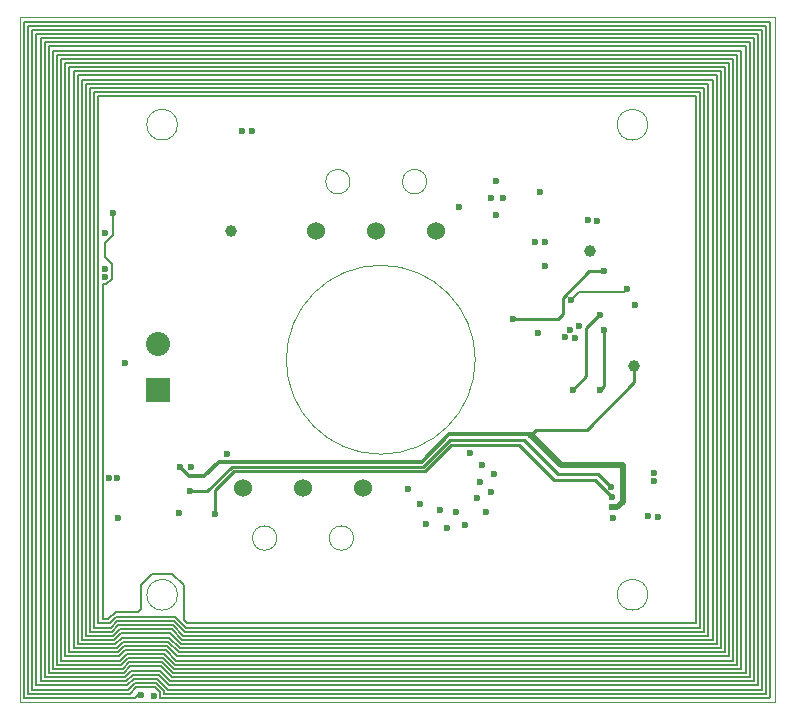
<source format=gbr>
%TF.GenerationSoftware,KiCad,Pcbnew,(5.1.5)-3*%
%TF.CreationDate,2020-08-30T11:50:14-07:00*%
%TF.ProjectId,ypanel,7970616e-656c-42e6-9b69-6361645f7063,rev?*%
%TF.SameCoordinates,Original*%
%TF.FileFunction,Copper,L2,Inr*%
%TF.FilePolarity,Positive*%
%FSLAX46Y46*%
G04 Gerber Fmt 4.6, Leading zero omitted, Abs format (unit mm)*
G04 Created by KiCad (PCBNEW (5.1.5)-3) date 2020-08-30 11:50:14*
%MOMM*%
%LPD*%
G04 APERTURE LIST*
%ADD10C,0.100000*%
%ADD11C,0.050000*%
%ADD12C,2.032000*%
%ADD13R,2.032000X2.032000*%
%ADD14C,1.000000*%
%ADD15C,1.524000*%
%ADD16C,0.600000*%
%ADD17C,0.240000*%
%ADD18C,0.480000*%
%ADD19C,0.320000*%
%ADD20C,0.190000*%
%ADD21C,0.160000*%
G04 APERTURE END LIST*
D10*
X151587000Y-99000001D02*
G75*
G03X151587000Y-99000001I-8000000J0D01*
G01*
X134779564Y-114100000D02*
G75*
G03X134779564Y-114100000I-1029564J0D01*
G01*
X141279564Y-114100000D02*
G75*
G03X141279564Y-114100000I-1029564J0D01*
G01*
X126375000Y-118900000D02*
G75*
G03X126375000Y-118900000I-1300000J0D01*
G01*
X140979564Y-83920436D02*
G75*
G03X140979564Y-83920436I-1029564J0D01*
G01*
X147479564Y-83920436D02*
G75*
G03X147479564Y-83920436I-1029564J0D01*
G01*
X176975000Y-70000000D02*
X176975000Y-128000000D01*
X166200000Y-118900000D02*
G75*
G03X166200000Y-118900000I-1300000J0D01*
G01*
D11*
X126372800Y-79100000D02*
G75*
G03X126372800Y-79100000I-1300000J0D01*
G01*
D10*
X166195000Y-79102480D02*
G75*
G03X166195000Y-79102480I-1300000J0D01*
G01*
X176975000Y-70000000D02*
X113000000Y-70000000D01*
X113000000Y-128000000D02*
X176975000Y-128000000D01*
X113000000Y-70000000D02*
X113000000Y-128000000D01*
D12*
X124764800Y-97691060D03*
D13*
X124764800Y-101546660D03*
D14*
X161267720Y-89773460D03*
X130873500Y-88138000D03*
X165036500Y-99568000D03*
D15*
X142080000Y-109900000D03*
X137000000Y-109900000D03*
X131920000Y-109900000D03*
X148300000Y-88100000D03*
X143200000Y-88100000D03*
X138100000Y-88100000D03*
D16*
X150197820Y-86072980D03*
X159634500Y-96507000D03*
X160350000Y-96150000D03*
X159200000Y-97050000D03*
X160050000Y-97150000D03*
X163220400Y-112369600D03*
X165100000Y-94350000D03*
X121900000Y-99250000D03*
X130558000Y-106991000D03*
X131800000Y-79600000D03*
X132650000Y-79600000D03*
X120200000Y-91300000D03*
X120200000Y-92000000D03*
X121250000Y-109000000D03*
X152146000Y-107950000D03*
X145923000Y-109982000D03*
X146939000Y-111252000D03*
X149987000Y-111887000D03*
X150749000Y-113030000D03*
X151765000Y-110744000D03*
X152527000Y-111887000D03*
X152019000Y-109347000D03*
X148590000Y-111760000D03*
X151130000Y-106934000D03*
X149225000Y-113284000D03*
X147447000Y-112903000D03*
X152908000Y-110236000D03*
X153162000Y-108712000D03*
X126492000Y-112014000D03*
X127532575Y-108101584D03*
X120549010Y-109000000D03*
X162149946Y-95220946D03*
X159829500Y-101536494D03*
X157483120Y-91084100D03*
X163200000Y-111500000D03*
X156301440Y-105384600D03*
X126600000Y-108077020D03*
X157050000Y-84800000D03*
X156876844Y-96740660D03*
X162450000Y-91500000D03*
X154750000Y-95550000D03*
X163200000Y-110650000D03*
X129550000Y-112050000D03*
X127400000Y-110150000D03*
X163100000Y-109750000D03*
X166200000Y-112250000D03*
X153340597Y-83865157D03*
X161100000Y-87150000D03*
X166700000Y-109300000D03*
X166700000Y-108550000D03*
X161870307Y-87229693D03*
X167100000Y-112300000D03*
X153339000Y-86767200D03*
X124400000Y-127450000D03*
X123250000Y-127400000D03*
X121300000Y-112395000D03*
X120269000Y-88265000D03*
X152894500Y-85332100D03*
X120950000Y-86550000D03*
X153897800Y-85332100D03*
X162115500Y-101600000D03*
X162496500Y-96520000D03*
X159670844Y-93971156D03*
X164401500Y-93027500D03*
X156641703Y-89002155D03*
X157504833Y-89002155D03*
D17*
X161000000Y-96309562D02*
X161000000Y-100365994D01*
X162149946Y-95220946D02*
X162088616Y-95220946D01*
X161000000Y-100365994D02*
X159829500Y-101536494D01*
X162088616Y-95220946D02*
X161000000Y-96309562D01*
D18*
X163624264Y-111500000D02*
X164100000Y-111024264D01*
X164100000Y-111024264D02*
X164100000Y-107900000D01*
X164100000Y-107900000D02*
X158850000Y-107900000D01*
X158850000Y-107900000D02*
X156334600Y-105384600D01*
X156334600Y-105384600D02*
X156301440Y-105384600D01*
X163200000Y-111500000D02*
X163624264Y-111500000D01*
D17*
X161010600Y-104927400D02*
X156758640Y-104927400D01*
X165036500Y-100901500D02*
X161010600Y-104927400D01*
X156758640Y-104927400D02*
X156301440Y-105384600D01*
X165036500Y-99568000D02*
X165036500Y-100901500D01*
D19*
X128651000Y-108839000D02*
X127361980Y-108839000D01*
X156216839Y-105299999D02*
X149383370Y-105299999D01*
X156301440Y-105384600D02*
X156216839Y-105299999D01*
X127361980Y-108839000D02*
X126600000Y-108077020D01*
X149383370Y-105299999D02*
X147066370Y-107616999D01*
X147066370Y-107616999D02*
X129873001Y-107616999D01*
X129873001Y-107616999D02*
X128651000Y-108839000D01*
D17*
X159000000Y-93750000D02*
X161250000Y-91500000D01*
X161250000Y-91500000D02*
X162450000Y-91500000D01*
X159000000Y-95150000D02*
X159000000Y-93750000D01*
X154750000Y-95550000D02*
X158600000Y-95550000D01*
X158600000Y-95550000D02*
X159000000Y-95150000D01*
X158250000Y-109200000D02*
X161750000Y-109200000D01*
X155300000Y-106250000D02*
X158250000Y-109200000D01*
X129550000Y-110050000D02*
X131175854Y-108424146D01*
X161750000Y-109200000D02*
X163200000Y-110650000D01*
X129550000Y-112050000D02*
X129550000Y-110050000D01*
X149528000Y-106250000D02*
X155300000Y-106250000D01*
X131175854Y-108424146D02*
X147353854Y-108424146D01*
X147353854Y-108424146D02*
X149528000Y-106250000D01*
X155700000Y-105800000D02*
X158550000Y-108650000D01*
X127400000Y-110150000D02*
X128911562Y-110150000D01*
X162000000Y-108650000D02*
X163100000Y-109750000D01*
X128911562Y-110150000D02*
X131004530Y-108057032D01*
X158550000Y-108650000D02*
X162000000Y-108650000D01*
X149458969Y-105800000D02*
X155700000Y-105800000D01*
X147201955Y-108057015D02*
X149458969Y-105800000D01*
X131004530Y-108057032D02*
X147201955Y-108057015D01*
D20*
X122673000Y-127600990D02*
X122673000Y-127595562D01*
X122795010Y-127600990D02*
X123123000Y-127273000D01*
X122673000Y-127600990D02*
X122795010Y-127600990D01*
X122073000Y-123923000D02*
X121523000Y-124473000D01*
X125273000Y-123923000D02*
X122073000Y-123923000D01*
X173773000Y-73177000D02*
X173773000Y-124823000D01*
X116527000Y-124473000D02*
X116527000Y-73527000D01*
X121523000Y-124473000D02*
X116527000Y-124473000D01*
X116177000Y-73177000D02*
X120323000Y-73177000D01*
X121623000Y-124823000D02*
X116177000Y-124823000D01*
X122173000Y-124273000D02*
X121623000Y-124823000D01*
X126073000Y-125173000D02*
X125173000Y-124273000D01*
X174123000Y-125173000D02*
X126073000Y-125173000D01*
X174123000Y-72827000D02*
X174123000Y-125173000D01*
X126173000Y-124823000D02*
X125273000Y-123923000D01*
X125173000Y-124273000D02*
X122173000Y-124273000D01*
X173773000Y-124823000D02*
X126173000Y-124823000D01*
X116177000Y-124823000D02*
X116177000Y-73177000D01*
X121323000Y-72127000D02*
X121373000Y-72127000D01*
X121723000Y-125173000D02*
X115827000Y-125173000D01*
X122273000Y-124623000D02*
X121723000Y-125173000D01*
X125073000Y-124623000D02*
X122273000Y-124623000D01*
X174473000Y-72477000D02*
X174473000Y-125523000D01*
X125873000Y-125873000D02*
X124973000Y-124973000D01*
X115477000Y-72477000D02*
X174473000Y-72477000D01*
X115827000Y-125173000D02*
X115827000Y-72827000D01*
X125973000Y-125523000D02*
X125073000Y-124623000D01*
X121823000Y-125523000D02*
X115477000Y-125523000D01*
X115477000Y-125523000D02*
X115477000Y-72477000D01*
X121323000Y-72127000D02*
X174823000Y-72127000D01*
X124973000Y-124973000D02*
X122373000Y-124973000D01*
X174823000Y-125873000D02*
X125873000Y-125873000D01*
X174823000Y-72127000D02*
X174823000Y-125873000D01*
X174473000Y-125523000D02*
X125973000Y-125523000D01*
X122373000Y-124973000D02*
X121823000Y-125523000D01*
X129223000Y-72827000D02*
X120523000Y-72827000D01*
X120523000Y-72827000D02*
X120673000Y-72827000D01*
X129073000Y-72827000D02*
X129223000Y-72827000D01*
X115827000Y-72827000D02*
X120523000Y-72827000D01*
X129223000Y-72827000D02*
X174123000Y-72827000D01*
X129523000Y-73177000D02*
X173773000Y-73177000D01*
X120323000Y-73177000D02*
X129523000Y-73177000D01*
X129423000Y-73177000D02*
X129523000Y-73177000D01*
X119323000Y-73527000D02*
X119973000Y-73527000D01*
X116527000Y-73527000D02*
X119323000Y-73527000D01*
X122673000Y-127600990D02*
X113411000Y-127600990D01*
X115127000Y-125873000D02*
X115127000Y-72127000D01*
X121923000Y-125873000D02*
X115127000Y-125873000D01*
X122473000Y-125323000D02*
X121923000Y-125873000D01*
X175173000Y-71777000D02*
X175173000Y-126223000D01*
X114777000Y-71777000D02*
X175173000Y-71777000D01*
X114777000Y-126223000D02*
X114777000Y-71777000D01*
X122023000Y-126223000D02*
X114777000Y-126223000D01*
X122573000Y-125673000D02*
X122023000Y-126223000D01*
X124773000Y-125673000D02*
X122573000Y-125673000D01*
X125673000Y-126573000D02*
X124773000Y-125673000D01*
X175523000Y-126573000D02*
X125673000Y-126573000D01*
X175523000Y-71427000D02*
X175523000Y-126573000D01*
X114427000Y-71427000D02*
X175523000Y-71427000D01*
X114427000Y-126573000D02*
X114427000Y-71427000D01*
X122123000Y-126573000D02*
X114427000Y-126573000D01*
X122673000Y-126023000D02*
X122123000Y-126573000D01*
X115127000Y-72127000D02*
X121323000Y-72127000D01*
X124673000Y-126023000D02*
X122673000Y-126023000D01*
X125573000Y-126923000D02*
X124673000Y-126023000D01*
X113727000Y-127273000D02*
X113727000Y-70727000D01*
X175873000Y-126923000D02*
X125573000Y-126923000D01*
X175173000Y-126223000D02*
X125773000Y-126223000D01*
X122873000Y-126723000D02*
X122323000Y-127273000D01*
X124923000Y-127173000D02*
X124473000Y-126723000D01*
X122323000Y-127273000D02*
X113727000Y-127273000D01*
X124873000Y-125323000D02*
X122473000Y-125323000D01*
X125273000Y-127273000D02*
X125273000Y-127073000D01*
X176573000Y-70399010D02*
X176573000Y-127523000D01*
X122223000Y-126923000D02*
X114077000Y-126923000D01*
X125773000Y-126223000D02*
X124873000Y-125323000D01*
X124473000Y-126723000D02*
X122873000Y-126723000D01*
X176573000Y-127523000D02*
X176495010Y-127600990D01*
X113727000Y-70727000D02*
X176223000Y-70727000D01*
X113399010Y-70399010D02*
X176573000Y-70399010D01*
X124573000Y-126373000D02*
X122773000Y-126373000D01*
X114077000Y-126923000D02*
X114077000Y-71077000D01*
X124923000Y-127600990D02*
X124923000Y-127173000D01*
X176495010Y-127600990D02*
X124923000Y-127600990D01*
X125273000Y-127073000D02*
X124573000Y-126373000D01*
X113399010Y-127600990D02*
X113399010Y-70399010D01*
X176223000Y-70727000D02*
X176223000Y-127273000D01*
X176223000Y-127273000D02*
X125273000Y-127273000D01*
X122773000Y-126373000D02*
X122223000Y-126923000D01*
X114077000Y-71077000D02*
X175873000Y-71077000D01*
X175873000Y-71077000D02*
X175873000Y-126923000D01*
X126273000Y-124473000D02*
X173423000Y-124473000D01*
X125373000Y-123573000D02*
X126273000Y-124473000D01*
X121973000Y-123573000D02*
X125373000Y-123573000D01*
X116877000Y-73877000D02*
X116877000Y-124123000D01*
X173073000Y-73877000D02*
X116877000Y-73877000D01*
X173073000Y-124123000D02*
X173073000Y-73877000D01*
X126373000Y-124123000D02*
X173073000Y-124123000D01*
X125473000Y-123223000D02*
X126373000Y-124123000D01*
X121323000Y-123773000D02*
X121873000Y-123223000D01*
X117227000Y-123773000D02*
X121323000Y-123773000D01*
X172723000Y-123773000D02*
X172723000Y-74227000D01*
X126473000Y-123773000D02*
X172723000Y-123773000D01*
X126573000Y-123423000D02*
X172373000Y-123423000D01*
X121123000Y-123073000D02*
X121673000Y-122523000D01*
X117927000Y-123073000D02*
X121123000Y-123073000D01*
X117927000Y-74927000D02*
X117927000Y-123073000D01*
X172023000Y-74927000D02*
X117927000Y-74927000D01*
X126673000Y-123073000D02*
X172023000Y-123073000D01*
X125773000Y-122173000D02*
X126673000Y-123073000D01*
X121573000Y-122173000D02*
X125773000Y-122173000D01*
X121023000Y-122723000D02*
X121573000Y-122173000D01*
X118277000Y-122723000D02*
X121023000Y-122723000D01*
X117577000Y-74577000D02*
X117577000Y-123423000D01*
X118277000Y-75277000D02*
X118277000Y-122723000D01*
X171673000Y-75277000D02*
X118277000Y-75277000D01*
X171673000Y-122723000D02*
X171673000Y-75277000D01*
X126773000Y-122723000D02*
X171673000Y-122723000D01*
X125873000Y-121823000D02*
X126773000Y-122723000D01*
X125573000Y-122873000D02*
X126473000Y-123773000D01*
X121473000Y-121823000D02*
X125873000Y-121823000D01*
X120923000Y-122373000D02*
X121473000Y-121823000D01*
X125673000Y-122523000D02*
X126573000Y-123423000D01*
X119677000Y-121323000D02*
X120623000Y-121323000D01*
X121158000Y-120345200D02*
X123037600Y-120345200D01*
X172373000Y-123423000D02*
X172373000Y-74577000D01*
X119677000Y-76677000D02*
X119677000Y-121323000D01*
X120723000Y-121673000D02*
X121273000Y-121123000D01*
X127173000Y-121323000D02*
X170273000Y-121323000D01*
X120349562Y-92623000D02*
X120027000Y-92623000D01*
X126898400Y-121048400D02*
X127173000Y-121323000D01*
X116877000Y-124123000D02*
X121423000Y-124123000D01*
X125937557Y-117149157D02*
X126898400Y-118110000D01*
X120269000Y-90342438D02*
X120849001Y-90922439D01*
X170273000Y-76677000D02*
X119677000Y-76677000D01*
X117227000Y-74227000D02*
X117227000Y-123773000D01*
X170273000Y-121323000D02*
X170273000Y-76677000D01*
X126898400Y-118110000D02*
X126898400Y-121048400D01*
X172023000Y-123073000D02*
X172023000Y-74927000D01*
X120849001Y-90922439D02*
X120849001Y-92123561D01*
X121423000Y-124123000D02*
X121973000Y-123573000D01*
X123291600Y-118110000D02*
X124252443Y-117149157D01*
X125973000Y-121473000D02*
X126873000Y-122373000D01*
X120849001Y-92123561D02*
X120349562Y-92623000D01*
X120269000Y-89131000D02*
X120269000Y-90342438D01*
X123037600Y-120345200D02*
X123291600Y-120091200D01*
X121273000Y-121123000D02*
X126073000Y-121123000D01*
X124252443Y-117149157D02*
X125937557Y-117149157D01*
X121773000Y-122873000D02*
X125573000Y-122873000D01*
X170973000Y-75977000D02*
X118977000Y-75977000D01*
X173423000Y-124473000D02*
X173423000Y-73527000D01*
X120950000Y-88450000D02*
X120269000Y-89131000D01*
X120027000Y-120973000D02*
X120530200Y-120973000D01*
X121373000Y-121473000D02*
X125973000Y-121473000D01*
X120027000Y-92623000D02*
X120027000Y-120973000D01*
X123291600Y-120091200D02*
X123291600Y-118110000D01*
X120530200Y-120973000D02*
X121158000Y-120345200D01*
X121673000Y-122523000D02*
X125673000Y-122523000D01*
X120623000Y-121323000D02*
X121173000Y-120773000D01*
X121173000Y-120773000D02*
X126173000Y-120773000D01*
X173423000Y-73527000D02*
X119323000Y-73527000D01*
X126973000Y-122023000D02*
X170973000Y-122023000D01*
X126173000Y-120773000D02*
X127073000Y-121673000D01*
X127073000Y-121673000D02*
X170623000Y-121673000D01*
X170623000Y-121673000D02*
X170623000Y-76327000D01*
X121873000Y-123223000D02*
X125473000Y-123223000D01*
X170623000Y-76327000D02*
X119327000Y-76327000D01*
X120950000Y-86550000D02*
X120950000Y-88450000D01*
X119327000Y-76327000D02*
X119327000Y-121673000D01*
X172373000Y-74577000D02*
X117577000Y-74577000D01*
X119327000Y-121673000D02*
X120723000Y-121673000D01*
X120823000Y-122023000D02*
X121373000Y-121473000D01*
X121223000Y-123423000D02*
X121773000Y-122873000D01*
X126073000Y-121123000D02*
X126973000Y-122023000D01*
X170973000Y-122023000D02*
X170973000Y-75977000D01*
X172723000Y-74227000D02*
X117227000Y-74227000D01*
X118977000Y-75977000D02*
X118977000Y-122023000D01*
X118977000Y-122023000D02*
X120823000Y-122023000D01*
X126873000Y-122373000D02*
X171323000Y-122373000D01*
X171323000Y-122373000D02*
X171323000Y-75627000D01*
X117577000Y-123423000D02*
X121223000Y-123423000D01*
X171323000Y-75627000D02*
X118627000Y-75627000D01*
X118627000Y-75627000D02*
X118627000Y-122373000D01*
X118627000Y-122373000D02*
X120923000Y-122373000D01*
D17*
X162450000Y-96566500D02*
X162496500Y-96520000D01*
X162115500Y-101600000D02*
X162450000Y-101265500D01*
X162450000Y-101265500D02*
X162450000Y-96566500D01*
D21*
X164179000Y-93250000D02*
X164401500Y-93027500D01*
X160392000Y-93250000D02*
X164179000Y-93250000D01*
X159670844Y-93971156D02*
X160392000Y-93250000D01*
M02*

</source>
